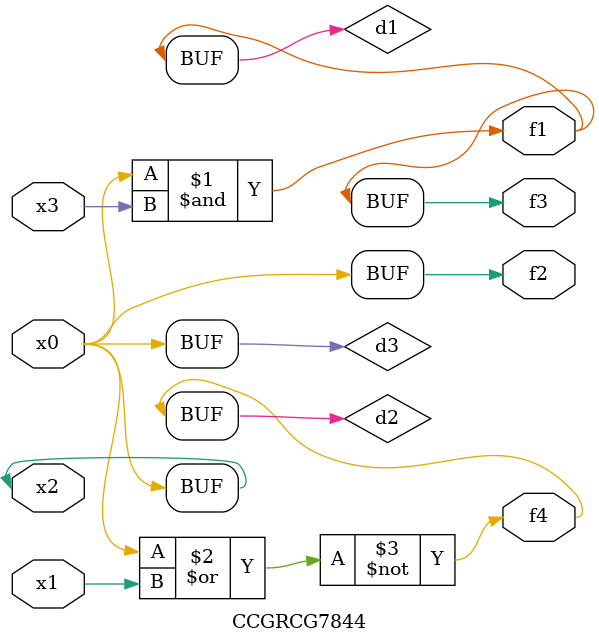
<source format=v>
module CCGRCG7844(
	input x0, x1, x2, x3,
	output f1, f2, f3, f4
);

	wire d1, d2, d3;

	and (d1, x2, x3);
	nor (d2, x0, x1);
	buf (d3, x0, x2);
	assign f1 = d1;
	assign f2 = d3;
	assign f3 = d1;
	assign f4 = d2;
endmodule

</source>
